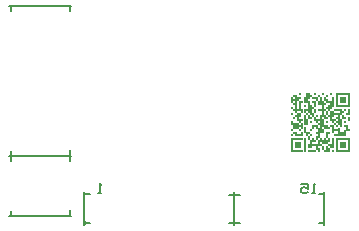
<source format=gbr>
%TF.GenerationSoftware,Altium Limited,Altium Designer,20.2.6 (244)*%
G04 Layer_Color=32896*
%FSLAX45Y45*%
%MOMM*%
%TF.SameCoordinates,9E4D4D7D-1FFC-428C-BB03-7E89B6F1CBBC*%
%TF.FilePolarity,Positive*%
%TF.FileFunction,Legend,Bot*%
%TF.Part,Single*%
G01*
G75*
%TA.AperFunction,NonConductor*%
%ADD22C,0.15000*%
%ADD32C,0.30000*%
%ADD33R,0.17200X1.20700*%
%ADD34R,0.17200X0.17300*%
%ADD35R,0.17200X0.17300*%
%ADD36R,0.17200X0.34500*%
%ADD37R,0.17200X0.17200*%
%ADD38R,0.17200X0.51700*%
%ADD39R,0.17300X0.17200*%
%ADD40R,0.17300X0.17300*%
%ADD41R,0.17300X0.17200*%
%ADD42R,0.17300X0.51700*%
%ADD43R,0.17200X0.51700*%
%ADD44R,0.17200X0.17300*%
%ADD45R,0.17200X0.34500*%
%ADD46R,0.17200X1.55200*%
%ADD47R,0.17300X0.17300*%
%ADD48R,0.17300X0.51700*%
%ADD49R,0.17300X0.69000*%
%ADD50R,0.17300X0.34500*%
%ADD51R,0.17200X0.17300*%
%ADD52R,0.17200X0.86200*%
%ADD53R,0.17200X0.17200*%
%ADD54R,0.17200X0.34500*%
%ADD55R,0.17300X1.20700*%
%ADD56R,0.17300X0.51700*%
%ADD57R,0.17300X0.86200*%
%ADD58R,0.17200X0.51800*%
%ADD59R,0.17300X0.34500*%
%ADD60R,0.17300X0.17200*%
%ADD61R,0.17300X0.34400*%
%ADD62R,0.17300X1.03400*%
%ADD63R,0.17200X0.68900*%
%ADD64R,0.17200X0.86300*%
%ADD65R,0.17200X0.17200*%
%ADD66R,0.17200X0.51700*%
%ADD67R,0.17200X0.34500*%
%ADD68R,0.17200X0.34400*%
%ADD69R,0.17200X1.55100*%
%ADD70R,0.17300X1.37900*%
%ADD71R,0.17200X0.34400*%
%ADD72R,0.17200X0.51700*%
%ADD73R,0.17200X0.34400*%
%ADD74R,0.17300X0.51800*%
%ADD75R,0.17300X0.68900*%
%ADD76R,0.17300X0.34500*%
%ADD77R,0.17200X0.69000*%
%ADD78R,0.17200X1.03500*%
%ADD79R,0.17200X0.17200*%
%ADD80R,0.17200X0.69000*%
%ADD81R,0.17300X0.34500*%
%ADD82R,0.17300X0.34400*%
%ADD83R,0.17300X0.51700*%
%ADD84R,0.17300X0.17200*%
%ADD85R,0.17200X1.20700*%
%ADD86R,0.17200X1.20700*%
D22*
X1924004Y50000D02*
X1968252D01*
X1968838Y293489D02*
X1969000Y35000D01*
X1969146Y50000D02*
X2016000D01*
X1969748Y289000D02*
X2013997D01*
X1968838Y310000D02*
X1969000Y35000D01*
X699146Y50000D02*
X746000D01*
X2684020Y289815D02*
X2730874D01*
X2686004Y50000D02*
X2730252D01*
X2731000Y35000D02*
Y310000D01*
X1922000Y289000D02*
X1968854D01*
X701390Y290148D02*
X745639D01*
X699000Y35000D02*
X699919Y310100D01*
X574000Y617146D02*
Y664000D01*
X80000Y617748D02*
Y661997D01*
X65000Y617000D02*
X589000D01*
X80000Y570000D02*
Y616854D01*
X574000Y572003D02*
Y616252D01*
X65000Y617000D02*
X589000D01*
X80000Y1840000D02*
Y1886854D01*
X574000Y1842003D02*
Y1886252D01*
X65000Y1887000D02*
X589000D01*
X574000Y109146D02*
Y156000D01*
X80000Y109748D02*
Y153997D01*
X65000Y109000D02*
X589000D01*
X841000Y305000D02*
X814342D01*
X827671D01*
Y384974D01*
X841000Y371645D01*
X2656032Y299775D02*
X2629374D01*
X2642703D01*
Y379749D01*
X2656032Y366420D01*
X2536071Y379749D02*
X2589387D01*
Y339762D01*
X2562729Y353091D01*
X2549400D01*
X2536071Y339762D01*
Y313104D01*
X2549400Y299775D01*
X2576058D01*
X2589387Y313104D01*
D32*
X703366Y49852D02*
G03*
X703366Y49852I-5000J0D01*
G01*
D33*
X2459949Y711129D02*
D03*
D34*
Y797329D02*
D03*
X2649648Y711129D02*
D03*
D35*
X2459949Y831829D02*
D03*
Y969730D02*
D03*
X2546149Y762829D02*
D03*
Y918029D02*
D03*
X2735848Y1004229D02*
D03*
X2753049Y1124929D02*
D03*
X2856549Y762829D02*
D03*
Y1038729D02*
D03*
X2942748Y831829D02*
D03*
D36*
X2459949Y892130D02*
D03*
X2546149Y995629D02*
D03*
X2649648Y926629D02*
D03*
Y995629D02*
D03*
X2735848Y1099029D02*
D03*
X2753048Y978330D02*
D03*
D37*
X2459949Y1021479D02*
D03*
X2494448Y659379D02*
D03*
X2494449Y952479D02*
D03*
X2528949Y659379D02*
D03*
X2528948Y866280D02*
D03*
X2528949Y1107679D02*
D03*
X2528948Y1142180D02*
D03*
X2546148Y1073179D02*
D03*
X2615149Y659379D02*
D03*
X2615148Y900780D02*
D03*
X2615149Y935279D02*
D03*
X2649649Y1107679D02*
D03*
X2666848Y814580D02*
D03*
X2666849Y952479D02*
D03*
X2753049Y900780D02*
D03*
Y935279D02*
D03*
Y1021479D02*
D03*
X2787548Y866280D02*
D03*
Y1142180D02*
D03*
X2856549Y659379D02*
D03*
X2873749D02*
D03*
X2873748Y1142180D02*
D03*
X2908248Y659379D02*
D03*
X2908249Y866279D02*
D03*
X2908248Y900780D02*
D03*
X2908249Y935279D02*
D03*
Y1142179D02*
D03*
D38*
X2459949Y1090429D02*
D03*
X2735848Y745629D02*
D03*
D39*
X2477199Y659379D02*
D03*
X2477198Y1055979D02*
D03*
X2632398Y659380D02*
D03*
X2718599Y1142179D02*
D03*
X2770298Y849080D02*
D03*
X2770299Y952479D02*
D03*
X2839298Y866279D02*
D03*
X2925499Y659379D02*
D03*
X2925498Y1142179D02*
D03*
D40*
X2477199Y762829D02*
D03*
X2477198Y1004229D02*
D03*
Y1090429D02*
D03*
X2477199Y1124929D02*
D03*
X2511699Y762829D02*
D03*
Y1004229D02*
D03*
X2563399Y1038729D02*
D03*
X2632398Y711130D02*
D03*
X2684099Y883530D02*
D03*
Y918029D02*
D03*
Y1004229D02*
D03*
Y1124929D02*
D03*
X2770298Y711130D02*
D03*
X2839299Y797329D02*
D03*
X2839298Y831829D02*
D03*
Y969730D02*
D03*
Y1004229D02*
D03*
X2890999Y762829D02*
D03*
Y1038729D02*
D03*
X2925499Y762829D02*
D03*
X2925498Y969730D02*
D03*
X2925499Y1038729D02*
D03*
D41*
X2477198Y814580D02*
D03*
X2477199Y935279D02*
D03*
X2511699Y659379D02*
D03*
X2597899D02*
D03*
X2632398Y1021479D02*
D03*
X2632398Y1073179D02*
D03*
X2632398Y1107679D02*
D03*
X2770298Y814580D02*
D03*
Y1073179D02*
D03*
X2839298Y900780D02*
D03*
X2839299Y935279D02*
D03*
D42*
X2477198Y866329D02*
D03*
X2511699Y711129D02*
D03*
X2597899Y1124929D02*
D03*
X2925498Y849030D02*
D03*
D43*
X2494448Y711129D02*
D03*
Y866329D02*
D03*
X2528949Y711129D02*
D03*
X2546148Y866329D02*
D03*
X2753049Y797329D02*
D03*
X2873749Y711129D02*
D03*
X2873748Y1090430D02*
D03*
X2908248Y711129D02*
D03*
X2908249Y1090429D02*
D03*
D44*
X2494449Y762829D02*
D03*
X2528948D02*
D03*
X2528948Y831829D02*
D03*
X2580648Y969730D02*
D03*
X2615148Y831829D02*
D03*
X2615148Y1124929D02*
D03*
X2822048Y831829D02*
D03*
Y883530D02*
D03*
Y969730D02*
D03*
X2856549Y1004229D02*
D03*
X2873748Y762829D02*
D03*
Y1038729D02*
D03*
X2908249Y762829D02*
D03*
Y1038729D02*
D03*
D45*
X2494448Y805929D02*
D03*
X2528948Y909430D02*
D03*
X2528949Y961129D02*
D03*
X2580648Y805929D02*
D03*
X2666849Y909429D02*
D03*
Y1099029D02*
D03*
X2701348Y754230D02*
D03*
X2787549Y702529D02*
D03*
X2873749Y805929D02*
D03*
D46*
X2494449Y1055979D02*
D03*
D47*
X2511699Y797329D02*
D03*
D48*
X2511698Y866329D02*
D03*
X2684099Y728329D02*
D03*
X2804799Y969729D02*
D03*
X2890999Y711129D02*
D03*
D49*
X2511699Y943879D02*
D03*
X2718599Y892179D02*
D03*
D50*
X2511699Y1099029D02*
D03*
X2563398Y995629D02*
D03*
X2597899Y771429D02*
D03*
X2632399Y754229D02*
D03*
X2632398Y961130D02*
D03*
X2684099Y668029D02*
D03*
X2718599Y685229D02*
D03*
X2718598Y823229D02*
D03*
X2770299Y668029D02*
D03*
Y754229D02*
D03*
D51*
X2528949Y797329D02*
D03*
X2580649Y1004229D02*
D03*
X2615149Y797329D02*
D03*
X2701349Y711129D02*
D03*
X2701348Y1004230D02*
D03*
X2822048Y797329D02*
D03*
X2822049Y918029D02*
D03*
Y1004229D02*
D03*
X2908249D02*
D03*
D52*
X2528948Y1038679D02*
D03*
X2580648Y1107680D02*
D03*
X2787548Y952479D02*
D03*
D53*
X2546149Y659379D02*
D03*
X2649648D02*
D03*
Y745579D02*
D03*
X2735848Y659379D02*
D03*
D54*
X2546149Y805929D02*
D03*
D55*
X2563399Y711129D02*
D03*
X2839299D02*
D03*
X2839298Y1090429D02*
D03*
D56*
X2563398Y831829D02*
D03*
Y1090429D02*
D03*
D57*
Y917980D02*
D03*
X2684099Y814579D02*
D03*
X2804799Y728379D02*
D03*
Y1073179D02*
D03*
D58*
X2580648Y900780D02*
D03*
X2666849Y693879D02*
D03*
X2873749Y986979D02*
D03*
X2908249Y814579D02*
D03*
X2942748Y986979D02*
D03*
D59*
X2597899Y702529D02*
D03*
D60*
X2597898Y814580D02*
D03*
X2804799Y659379D02*
D03*
X2890999D02*
D03*
Y986979D02*
D03*
D61*
X2597899Y943879D02*
D03*
X2632398Y857680D02*
D03*
X2684099Y1064579D02*
D03*
X2718598Y736980D02*
D03*
D62*
X2597899Y1030079D02*
D03*
D63*
X2615149Y719729D02*
D03*
X2701349Y1081829D02*
D03*
X2787549Y1047329D02*
D03*
D64*
X2615148Y1004230D02*
D03*
D65*
X2649648Y866279D02*
D03*
Y1142179D02*
D03*
X2735848Y1055979D02*
D03*
D66*
X2649648Y1055929D02*
D03*
D67*
X2666849Y771429D02*
D03*
X2753049Y1081829D02*
D03*
X2942748Y926629D02*
D03*
D68*
X2666848Y857680D02*
D03*
D69*
X2701348Y883530D02*
D03*
D70*
X2718599Y1012829D02*
D03*
D71*
X2735848Y857680D02*
D03*
Y943879D02*
D03*
X2753048Y857680D02*
D03*
D72*
X2753049Y676629D02*
D03*
D73*
Y736979D02*
D03*
D74*
X2770298Y1021480D02*
D03*
D75*
X2804799Y840430D02*
D03*
D76*
Y909429D02*
D03*
D77*
X2856549Y823179D02*
D03*
D78*
X2856549Y926630D02*
D03*
D79*
Y1142179D02*
D03*
D80*
X2873748Y892179D02*
D03*
D81*
X2890999Y805929D02*
D03*
D82*
Y943879D02*
D03*
D83*
Y1090429D02*
D03*
D84*
Y1142179D02*
D03*
D85*
X2942748Y711129D02*
D03*
D86*
Y1090429D02*
D03*
%TF.MD5,dc69bd5ac371d79e28c09fe10b736ff7*%
M02*

</source>
